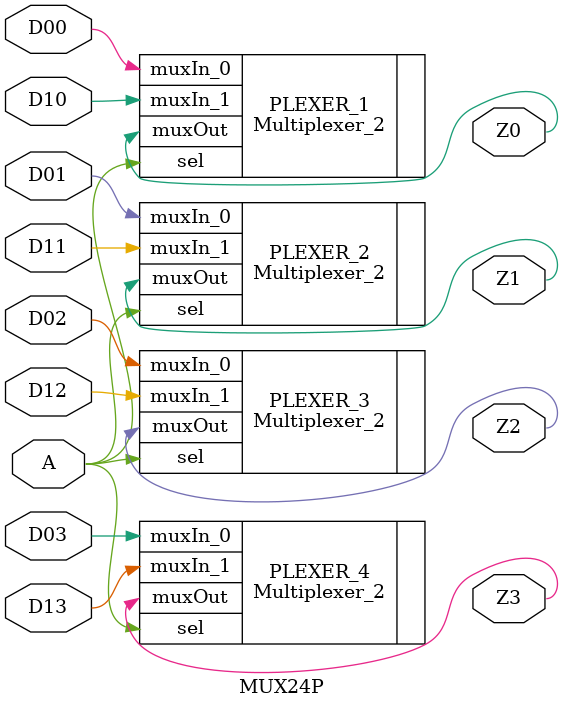
<source format=v>

module MUX24P(
    input A,
    input D00, D01, D02, D03,
    input D10, D11, D12, D13,
    output Z0, Z1, Z2, Z3
);

    // Instantiating four 2-to-1 multiplexers
    Multiplexer_2 PLEXER_1 (
        .muxIn_0(D00),
        .muxIn_1(D10),
        .muxOut(Z0),
        .sel(A)
    );

    Multiplexer_2 PLEXER_2 (
        .muxIn_0(D01),
        .muxIn_1(D11),
        .muxOut(Z1),
        .sel(A)
    );

    Multiplexer_2 PLEXER_3 (
        .muxIn_0(D02),
        .muxIn_1(D12),
        .muxOut(Z2),
        .sel(A)
    );

    Multiplexer_2 PLEXER_4 (
        .muxIn_0(D03),
        .muxIn_1(D13),
        .muxOut(Z3),
        .sel(A)
    );

endmodule

</source>
